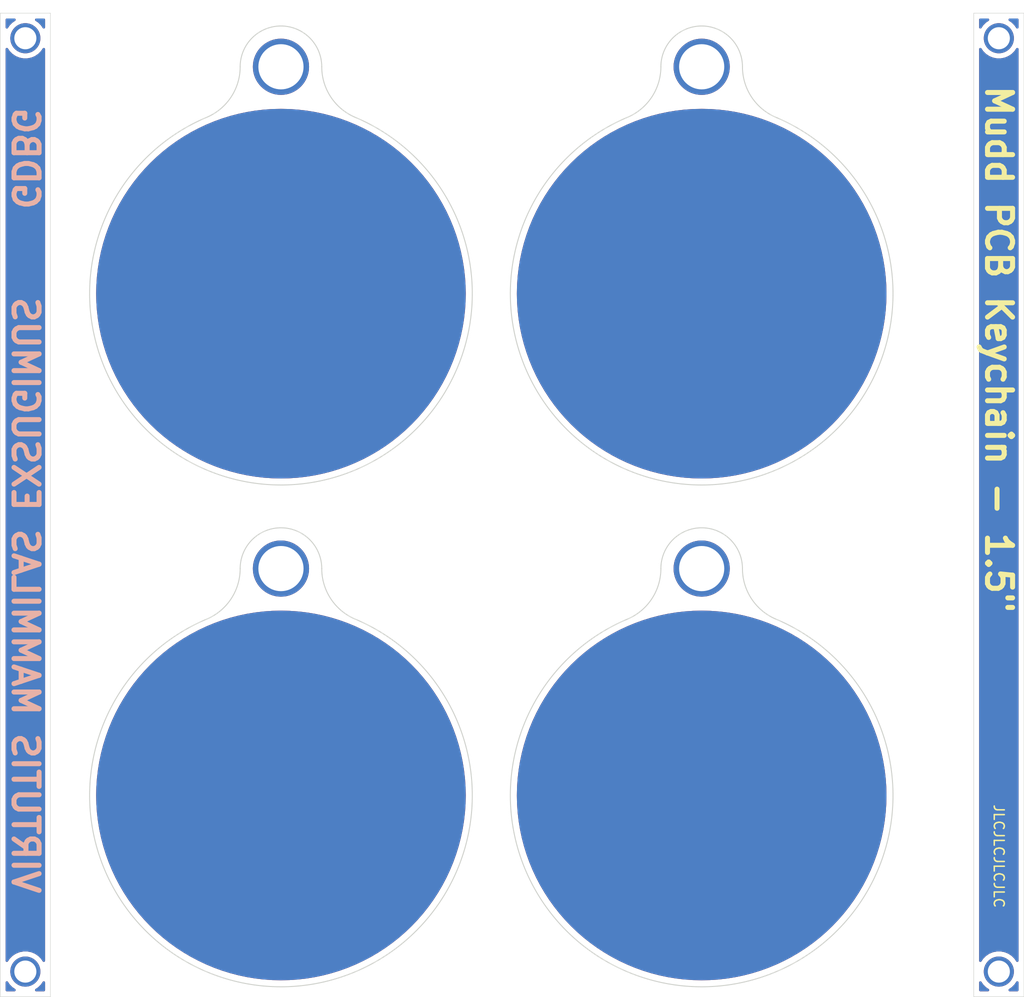
<source format=kicad_pcb>
(kicad_pcb (version 20171130) (host pcbnew "(5.1.4)-1")
  (title_block (title "Mudd PCB Keychain") (date 2019-08-25) (rev A) (company "Mudd ElectroMechanical Engineering Systems") (comment 1 "Ray Sun"))
  (layers (0 F.Cu signal) (31 B.Cu signal) (34 B.Paste user) (35 F.Paste user) (36 B.SilkS user) (37 F.SilkS user) (38 B.Mask user) (39 F.Mask user) (44 Edge.Cuts user))
  (net 0 "")
  (module crest:ruddock_mask_1in5 (layer F.Cu) (at 138.92 58)
    (fp_text reference G*** hide)
    (fp_text value LOGO hide)
  )
  (module crest:ruddock_mask_1in5 (layer F.Cu) (at 180.92 58)
    (fp_text reference G*** hide)
    (fp_text value LOGO hide)
  )
  (module crest:blacker_mask (layer B.Cu) (at 180.92 58 180)
    (fp_text reference G*** hide)
    (fp_text value LOGO hide)
  )
  (module crest:blacker_mask (layer B.Cu) (at 138.92 57.95 180)
    (fp_text reference G*** hide)
    (fp_text value LOGO hide)
  )
  (module MountingHole:MountingHole_3.2mm_M3_DIN965_Pad (layer F.Cu) (at 180.89 35.344)
    (fp_text reference REF** hide)
    (fp_text value MountingHole_3.2mm_M3_DIN965_Pad hide)
    (pad 1 thru_hole circle (at 0 0) (size 5.6 5.6) (drill 4.5) (layers *.Cu *.Mask))
  )
  (module MountingHole:MountingHole_3.2mm_M3_DIN965_Pad (layer F.Cu) (at 138.97 35.344)
    (fp_text reference REF** hide)
    (fp_text value MountingHole_3.2mm_M3_DIN965_Pad hide)
    (pad 1 thru_hole circle (at 0 0) (size 5.6 5.6) (drill 4.5) (layers *.Cu *.Mask))
  )
  (module crest:ruddock_mask_1in5 (layer F.Cu) (at 138.92 108)
    (fp_text reference G*** hide)
    (fp_text value LOGO hide)
  )
  (module crest:blacker_mask (layer B.Cu) (at 138.92 107.95 180)
    (fp_text reference G*** hide)
    (fp_text value LOGO hide)
  )
  (module MountingHole:MountingHole_3.2mm_M3_DIN965_Pad (layer F.Cu) (at 138.97 85.344)
    (fp_text reference REF** hide)
    (fp_text value MountingHole_3.2mm_M3_DIN965_Pad hide)
    (pad 1 thru_hole circle (at 0 0) (size 5.6 5.6) (drill 4.5) (layers *.Cu *.Mask))
  )
  (module MountingHole:MountingHole_2.2mm_M2_DIN965_Pad (layer F.Cu) (at 210.5 125.5 270)
    (fp_text reference REF** hide)
    (fp_text value MountingHole_2.2mm_M2_Pad hide)
    (pad 1 thru_hole circle (at 0 0 270) (size 3 3) (drill 2.2) (layers *.Cu *.Mask))
  )
  (module MountingHole:MountingHole_2.2mm_M2_DIN965_Pad (layer F.Cu) (at 210.5 32.5 270)
    (fp_text reference REF** hide)
    (fp_text value MountingHole_2.2mm_M2_Pad hide)
    (pad 1 thru_hole circle (at 0 0 270) (size 3 3) (drill 2.2) (layers *.Cu *.Mask))
  )
  (module MountingHole:MountingHole_2.2mm_M2_DIN965_Pad (layer F.Cu) (at 113.5 125.5 270)
    (fp_text reference REF** hide)
    (fp_text value MountingHole_2.2mm_M2_Pad hide)
    (pad 1 thru_hole circle (at 0 0 270) (size 3 3) (drill 2.2) (layers *.Cu *.Mask))
  )
  (module MountingHole:MountingHole_2.2mm_M2_DIN965_Pad (layer F.Cu) (at 113.5 32.5 270)
    (fp_text reference REF** hide)
    (fp_text value MountingHole_2.2mm_M2_Pad hide)
    (pad 1 thru_hole circle (at 0 0 270) (size 3 3) (drill 2.2) (layers *.Cu *.Mask))
  )
  (module crest:blacker_mask (layer B.Cu) (at 180.92 108 180)
    (fp_text reference G*** hide)
    (fp_text value LOGO hide)
  )
  (module MountingHole:MountingHole_3.2mm_M3_DIN965_Pad (layer F.Cu) (at 180.89 85.344)
    (fp_text reference REF** hide)
    (fp_text value MountingHole_3.2mm_M3_DIN965_Pad hide)
    (pad 1 thru_hole circle (at 0 0) (size 5.6 5.6) (drill 4.5) (layers *.Cu *.Mask))
  )
  (module crest:ruddock_mask_1in5 (layer F.Cu) (at 180.92 108)
    (fp_text reference G*** hide)
    (fp_text value LOGO hide)
  )
  (gr_arc (start 180.89 57.95) (end 173.386674 40.423999) (angle -313.6458442) (layer Edge.Cuts) (width 0.1))
  (gr_arc (start 171.354674 35.343999) (end 173.386673 40.423998) (angle -68.19859051) (layer Edge.Cuts) (width 0.1))
  (gr_arc (start 180.89 35.344) (end 184.954 35.344) (angle -180) (layer Edge.Cuts) (width 0.1))
  (gr_arc (start 190.425326 35.344134) (end 188.393327 40.424133) (angle 68.2) (layer Edge.Cuts) (width 0.1))
  (gr_arc (start 129.434674 35.343999) (end 131.466673 40.423998) (angle -68.19859051) (layer Edge.Cuts) (width 0.1))
  (gr_arc (start 138.97 35.344) (end 143.034 35.344) (angle -180) (layer Edge.Cuts) (width 0.1))
  (gr_arc (start 148.505326 35.344134) (end 146.473327 40.424133) (angle 68.2) (layer Edge.Cuts) (width 0.1))
  (gr_arc (start 138.97 57.95) (end 131.466674 40.423999) (angle -313.6458442) (layer Edge.Cuts) (width 0.1))
  (gr_arc (start 138.97 107.95) (end 131.466674 90.423999) (angle -313.6458442) (layer Edge.Cuts) (width 0.1))
  (gr_arc (start 148.505326 85.344134) (end 146.473327 90.424133) (angle 68.2) (layer Edge.Cuts) (width 0.1))
  (gr_arc (start 129.434674 85.343999) (end 131.466673 90.423998) (angle -68.19859051) (layer Edge.Cuts) (width 0.1))
  (gr_arc (start 138.97 85.344) (end 143.034 85.344) (angle -180) (layer Edge.Cuts) (width 0.1))
  (gr_text JLCJLCJLCJLC (at 210.5 114 270) (layer F.SilkS) (effects (font (size 1 1))))
  (gr_text "Mudd PCB Keychain - 1.5\"" (at 210.5 63.5 270) (layer F.SilkS) (effects (font (size 2.5 2.5) (thickness 0.5))))
  (gr_line (start 213 128) (end 208 128) (layer Edge.Cuts) (width 0.05))
  (gr_line (start 213 30) (end 213 128) (layer Edge.Cuts) (width 0.05))
  (gr_line (start 208 30) (end 213 30) (layer Edge.Cuts) (width 0.05))
  (gr_line (start 208 30) (end 208 128) (layer Edge.Cuts) (width 0.05))
  (gr_text GDBG (at 113.5 44.5 270) (layer B.SilkS) (effects (font (size 2.5 2.5) (thickness 0.5)) (justify mirror)))
  (gr_text "VIRTUTIS MAMMILAS EXSUGIMUS" (at 113.5 88 270) (layer B.SilkS) (effects (font (size 2.5 2.5) (thickness 0.5)) (justify mirror)))
  (gr_line (start 116 128) (end 111 128) (layer Edge.Cuts) (width 0.05))
  (gr_line (start 116 30) (end 116 128) (layer Edge.Cuts) (width 0.05))
  (gr_line (start 111 30) (end 116 30) (layer Edge.Cuts) (width 0.05))
  (gr_line (start 111 30) (end 111 128) (layer Edge.Cuts) (width 0.05))
  (gr_arc (start 180.89 107.95) (end 173.386674 90.423999) (angle -313.6458442) (layer Edge.Cuts) (width 0.1))
  (gr_arc (start 190.425326 85.344134) (end 188.393327 90.424133) (angle 68.2) (layer Edge.Cuts) (width 0.1))
  (gr_arc (start 171.354674 85.343999) (end 173.386673 90.423998) (angle -68.19859051) (layer Edge.Cuts) (width 0.1))
  (gr_arc (start 180.89 85.344) (end 184.954 85.344) (angle -180) (layer Edge.Cuts) (width 0.1))
  (zone (net 0) (net_name "") (layer F.Cu) (connect_pads (clearance 0.508)) (min_thickness 0.254) (fill yes (arc_segments 32) (thermal_gap 0.508) (thermal_bridge_width 0.508) (smoothing fillet) (radius 19))
    (polygon (pts (xy 120.555 89.535) (xy 120.555 126.365) (xy 157.385 126.365) (xy 157.385 89.535)))
  )
  (zone (net 0) (net_name "") (layer B.Cu) (connect_pads (clearance 0.508)) (min_thickness 0.254) (fill yes (arc_segments 32) (thermal_gap 0.508) (thermal_bridge_width 0.508) (smoothing fillet) (radius 19))
    (polygon (pts (xy 120.555 89.535) (xy 157.385 89.535) (xy 157.385 126.365) (xy 120.555 126.365)))
  )
  (zone (net 0) (net_name "") (layer F.Cu) (connect_pads (clearance 0.508)) (min_thickness 0.254) (fill yes (arc_segments 32) (thermal_gap 0.508) (thermal_bridge_width 0.508))
    (polygon (pts (xy 208 30) (xy 213 30) (xy 213 128) (xy 208 128)))
  )
  (zone (net 0) (net_name "") (layer B.Cu) (connect_pads (clearance 0.508)) (min_thickness 0.254) (fill yes (arc_segments 32) (thermal_gap 0.508) (thermal_bridge_width 0.508))
    (polygon (pts (xy 213 30) (xy 208 30) (xy 208 128) (xy 213 128)))
  )
  (zone (net 0) (net_name "") (layer F.Cu) (connect_pads (clearance 0.508)) (min_thickness 0.254) (fill yes (arc_segments 32) (thermal_gap 0.508) (thermal_bridge_width 0.508))
    (polygon (pts (xy 111 30) (xy 116 30) (xy 116 128) (xy 111 128)))
  )
  (zone (net 0) (net_name "") (layer B.Cu) (connect_pads (clearance 0.508)) (min_thickness 0.254) (fill yes (arc_segments 32) (thermal_gap 0.508) (thermal_bridge_width 0.508))
    (polygon (pts (xy 116 30) (xy 111 30) (xy 111 128) (xy 116 128)))
  )
  (zone (net 0) (net_name "") (layer F.Cu) (connect_pads (clearance 0.508)) (min_thickness 0.254) (fill yes (arc_segments 32) (thermal_gap 0.508) (thermal_bridge_width 0.508) (smoothing fillet) (radius 19))
    (polygon (pts (xy 162.475 89.535) (xy 162.475 126.365) (xy 199.305 126.365) (xy 199.305 89.535)))
  )
  (zone (net 0) (net_name "") (layer B.Cu) (connect_pads (clearance 0.508)) (min_thickness 0.254) (fill yes (arc_segments 32) (thermal_gap 0.508) (thermal_bridge_width 0.508) (smoothing fillet) (radius 19))
    (polygon (pts (xy 162.475 89.535) (xy 199.305 89.535) (xy 199.305 126.365) (xy 162.475 126.365)))
  )
  (zone (net 0) (net_name "") (layer B.Cu) (connect_pads (clearance 0.508)) (min_thickness 0.254) (fill yes (arc_segments 32) (thermal_gap 0.508) (thermal_bridge_width 0.508) (smoothing fillet) (radius 19))
    (polygon (pts (xy 120.555 39.535) (xy 157.385 39.535) (xy 157.385 76.365) (xy 120.555 76.365)))
  )
  (zone (net 0) (net_name "") (layer F.Cu) (connect_pads (clearance 0.508)) (min_thickness 0.254) (fill yes (arc_segments 32) (thermal_gap 0.508) (thermal_bridge_width 0.508) (smoothing fillet) (radius 19))
    (polygon (pts (xy 120.555 39.535) (xy 120.555 76.365) (xy 157.385 76.365) (xy 157.385 39.535)))
  )
  (zone (net 0) (net_name "") (layer F.Cu) (connect_pads (clearance 0.508)) (min_thickness 0.254) (fill yes (arc_segments 32) (thermal_gap 0.508) (thermal_bridge_width 0.508) (smoothing fillet) (radius 19))
    (polygon (pts (xy 162.475 39.535) (xy 162.475 76.365) (xy 199.305 76.365) (xy 199.305 39.535)))
  )
  (zone (net 0) (net_name "") (layer B.Cu) (connect_pads (clearance 0.508)) (min_thickness 0.254) (fill yes (arc_segments 32) (thermal_gap 0.508) (thermal_bridge_width 0.508) (smoothing fillet) (radius 19))
    (polygon (pts (xy 162.475 39.535) (xy 199.305 39.535) (xy 199.305 76.365) (xy 162.475 76.365)))
  )
)
</source>
